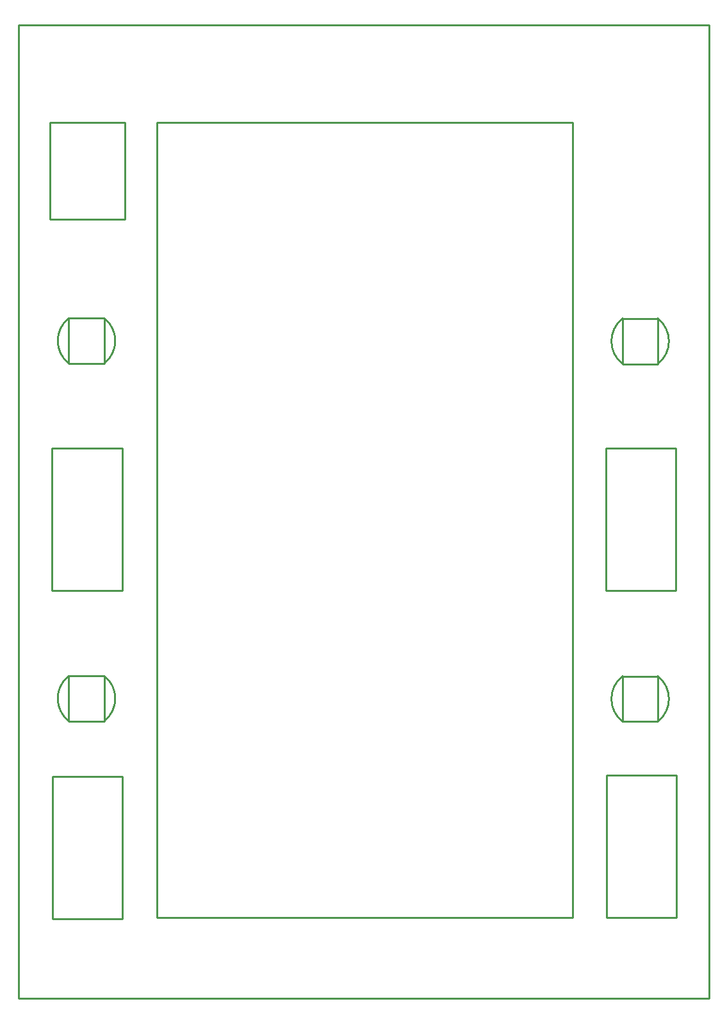
<source format=gko>
G04 Layer: BoardOutlineLayer*
G04 EasyEDA v6.5.34, 2023-08-21 18:11:39*
G04 55fea8646dbd4ef485edb4a4bd6a11f4,5a6b42c53f6a479593ecc07194224c93,10*
G04 Gerber Generator version 0.2*
G04 Scale: 100 percent, Rotated: No, Reflected: No *
G04 Dimensions in millimeters *
G04 leading zeros omitted , absolute positions ,4 integer and 5 decimal *
%FSLAX45Y45*%
%MOMM*%

%ADD10C,0.2540*%
D10*
X0Y12852400D02*
G01*
X9131300Y12852400D01*
X9131300Y0D01*
X0Y0D01*
X0Y12852400D01*
G75*
G01*
X1135797Y3664748D02*
G03*
X1135553Y4263443I-234196J299252D01*
X1135552Y4263443D02*
G01*
X1135796Y3664747D01*
X667202Y4263999D02*
G01*
X667202Y3664000D01*
X667202Y3664000D02*
G01*
X1136202Y3664000D01*
X1136202Y3664000D02*
G01*
X1136202Y4263999D01*
X1136202Y4263999D02*
G01*
X667202Y4263999D01*
G75*
G01*
X667405Y3664748D02*
G02*
X667649Y4263443I234195J299252D01*
X667649Y4263443D02*
G01*
X667405Y3664747D01*
G75*
G01*
X1135797Y8387347D02*
G03*
X1135553Y8986042I-234196J299252D01*
X1135552Y8986042D02*
G01*
X1135796Y8387346D01*
X667202Y8986598D02*
G01*
X667202Y8386599D01*
X667202Y8386599D02*
G01*
X1136202Y8386599D01*
X1136202Y8386599D02*
G01*
X1136202Y8986598D01*
X1136202Y8986598D02*
G01*
X667202Y8986598D01*
G75*
G01*
X667405Y8387347D02*
G02*
X667649Y8986042I234195J299252D01*
X667649Y8986042D02*
G01*
X667405Y8387346D01*
X1828800Y11571300D02*
G01*
X1828800Y1071321D01*
X1828800Y1071321D02*
G01*
X7328788Y1071321D01*
X7328788Y1071321D02*
G01*
X7328788Y11571300D01*
X7328788Y11571300D02*
G01*
X1828800Y11571300D01*
G75*
G01*
X7986187Y8381606D02*
G02*
X7986431Y8980302I234195J299253D01*
X7986430Y8980302D02*
G01*
X7986186Y8381606D01*
X7985983Y8980858D02*
G01*
X7985983Y8380859D01*
X7985983Y8380859D02*
G01*
X8454984Y8380859D01*
X8454984Y8380859D02*
G01*
X8454984Y8980858D01*
X8454984Y8980858D02*
G01*
X7985983Y8980858D01*
G75*
G01*
X8454578Y8381606D02*
G03*
X8454334Y8980302I-234195J299253D01*
X8454334Y8980302D02*
G01*
X8454577Y8381606D01*
G75*
G01*
X7986187Y3659007D02*
G02*
X7986431Y4257703I234195J299253D01*
X7986430Y4257702D02*
G01*
X7986186Y3659007D01*
X7985983Y4258259D02*
G01*
X7985983Y3658260D01*
X7985983Y3658260D02*
G01*
X8454984Y3658260D01*
X8454984Y3658260D02*
G01*
X8454984Y4258259D01*
X8454984Y4258259D02*
G01*
X7985983Y4258259D01*
G75*
G01*
X8454578Y3659007D02*
G03*
X8454334Y4257703I-234195J299253D01*
X8454334Y4257702D02*
G01*
X8454577Y3659007D01*
X444500Y7266000D02*
G01*
X444500Y5386400D01*
X444500Y5386400D02*
G01*
X1371600Y5386400D01*
X1371600Y5386400D02*
G01*
X1371600Y7266000D01*
X1371600Y7266000D02*
G01*
X444500Y7266000D01*
X450850Y2935300D02*
G01*
X450850Y1055700D01*
X450850Y1055700D02*
G01*
X1377950Y1055700D01*
X1377950Y1055700D02*
G01*
X1377950Y2935300D01*
X1377950Y2935300D02*
G01*
X450850Y2935300D01*
X7772400Y2948000D02*
G01*
X7772400Y1068400D01*
X7772400Y1068400D02*
G01*
X8699500Y1068400D01*
X8699500Y1068400D02*
G01*
X8699500Y2948000D01*
X8699500Y2948000D02*
G01*
X7772400Y2948000D01*
X7766050Y7266000D02*
G01*
X7766050Y5386400D01*
X7766050Y5386400D02*
G01*
X8693150Y5386400D01*
X8693150Y5386400D02*
G01*
X8693150Y7266000D01*
X8693150Y7266000D02*
G01*
X7766050Y7266000D01*
X419100Y11569700D02*
G01*
X419100Y10287000D01*
X419100Y10287000D02*
G01*
X1409700Y10287000D01*
X1409700Y10287000D02*
G01*
X1409098Y11569700D01*
X1409098Y11569700D02*
G01*
X419100Y11569700D01*

%LPD*%
M02*

</source>
